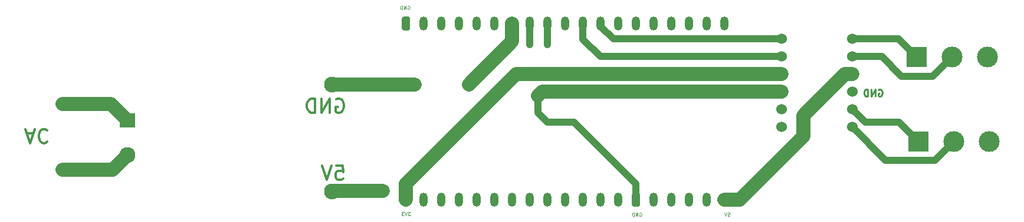
<source format=gbr>
%TF.GenerationSoftware,KiCad,Pcbnew,(5.1.12)-1*%
%TF.CreationDate,2021-12-25T08:53:35+00:00*%
%TF.ProjectId,ledDeviceServerEsp32Pio,6c656444-6576-4696-9365-536572766572,rev?*%
%TF.SameCoordinates,Original*%
%TF.FileFunction,Copper,L2,Bot*%
%TF.FilePolarity,Positive*%
%FSLAX46Y46*%
G04 Gerber Fmt 4.6, Leading zero omitted, Abs format (unit mm)*
G04 Created by KiCad (PCBNEW (5.1.12)-1) date 2021-12-25 08:53:35*
%MOMM*%
%LPD*%
G01*
G04 APERTURE LIST*
%TA.AperFunction,NonConductor*%
%ADD10C,0.250000*%
%TD*%
%TA.AperFunction,NonConductor*%
%ADD11C,0.125000*%
%TD*%
%TA.AperFunction,NonConductor*%
%ADD12C,0.300000*%
%TD*%
%TA.AperFunction,ComponentPad*%
%ADD13R,3.000000X3.000000*%
%TD*%
%TA.AperFunction,ComponentPad*%
%ADD14C,3.000000*%
%TD*%
%TA.AperFunction,ComponentPad*%
%ADD15C,1.524000*%
%TD*%
%TA.AperFunction,ComponentPad*%
%ADD16C,2.300000*%
%TD*%
%TA.AperFunction,ComponentPad*%
%ADD17R,2.300000X2.000000*%
%TD*%
%TA.AperFunction,ComponentPad*%
%ADD18O,1.200000X2.000000*%
%TD*%
%TA.AperFunction,ViaPad*%
%ADD19C,0.800000*%
%TD*%
%TA.AperFunction,Conductor*%
%ADD20C,2.000000*%
%TD*%
%TA.AperFunction,Conductor*%
%ADD21C,1.000000*%
%TD*%
G04 APERTURE END LIST*
D10*
X143382904Y-26932000D02*
X143478142Y-26884380D01*
X143621000Y-26884380D01*
X143763857Y-26932000D01*
X143859095Y-27027238D01*
X143906714Y-27122476D01*
X143954333Y-27312952D01*
X143954333Y-27455809D01*
X143906714Y-27646285D01*
X143859095Y-27741523D01*
X143763857Y-27836761D01*
X143621000Y-27884380D01*
X143525761Y-27884380D01*
X143382904Y-27836761D01*
X143335285Y-27789142D01*
X143335285Y-27455809D01*
X143525761Y-27455809D01*
X142906714Y-27884380D02*
X142906714Y-26884380D01*
X142335285Y-27884380D01*
X142335285Y-26884380D01*
X141859095Y-27884380D02*
X141859095Y-26884380D01*
X141621000Y-26884380D01*
X141478142Y-26932000D01*
X141382904Y-27027238D01*
X141335285Y-27122476D01*
X141287666Y-27312952D01*
X141287666Y-27455809D01*
X141335285Y-27646285D01*
X141382904Y-27741523D01*
X141478142Y-27836761D01*
X141621000Y-27884380D01*
X141859095Y-27884380D01*
D11*
X76184047Y-44557190D02*
X75874523Y-44557190D01*
X76041190Y-44747666D01*
X75969761Y-44747666D01*
X75922142Y-44771476D01*
X75898333Y-44795285D01*
X75874523Y-44842904D01*
X75874523Y-44961952D01*
X75898333Y-45009571D01*
X75922142Y-45033380D01*
X75969761Y-45057190D01*
X76112619Y-45057190D01*
X76160238Y-45033380D01*
X76184047Y-45009571D01*
X75731666Y-44557190D02*
X75565000Y-45057190D01*
X75398333Y-44557190D01*
X75279285Y-44557190D02*
X74969761Y-44557190D01*
X75136428Y-44747666D01*
X75065000Y-44747666D01*
X75017380Y-44771476D01*
X74993571Y-44795285D01*
X74969761Y-44842904D01*
X74969761Y-44961952D01*
X74993571Y-45009571D01*
X75017380Y-45033380D01*
X75065000Y-45057190D01*
X75207857Y-45057190D01*
X75255476Y-45033380D01*
X75279285Y-45009571D01*
X121761238Y-44684190D02*
X121999333Y-44684190D01*
X122023142Y-44922285D01*
X121999333Y-44898476D01*
X121951714Y-44874666D01*
X121832666Y-44874666D01*
X121785047Y-44898476D01*
X121761238Y-44922285D01*
X121737428Y-44969904D01*
X121737428Y-45088952D01*
X121761238Y-45136571D01*
X121785047Y-45160380D01*
X121832666Y-45184190D01*
X121951714Y-45184190D01*
X121999333Y-45160380D01*
X122023142Y-45136571D01*
X121594571Y-44684190D02*
X121427904Y-45184190D01*
X121261238Y-44684190D01*
X109092952Y-44708000D02*
X109140571Y-44684190D01*
X109212000Y-44684190D01*
X109283428Y-44708000D01*
X109331047Y-44755619D01*
X109354857Y-44803238D01*
X109378666Y-44898476D01*
X109378666Y-44969904D01*
X109354857Y-45065142D01*
X109331047Y-45112761D01*
X109283428Y-45160380D01*
X109212000Y-45184190D01*
X109164380Y-45184190D01*
X109092952Y-45160380D01*
X109069142Y-45136571D01*
X109069142Y-44969904D01*
X109164380Y-44969904D01*
X108854857Y-45184190D02*
X108854857Y-44684190D01*
X108569142Y-45184190D01*
X108569142Y-44684190D01*
X108331047Y-45184190D02*
X108331047Y-44684190D01*
X108212000Y-44684190D01*
X108140571Y-44708000D01*
X108092952Y-44755619D01*
X108069142Y-44803238D01*
X108045333Y-44898476D01*
X108045333Y-44969904D01*
X108069142Y-45065142D01*
X108092952Y-45112761D01*
X108140571Y-45160380D01*
X108212000Y-45184190D01*
X108331047Y-45184190D01*
X75818952Y-14863000D02*
X75866571Y-14839190D01*
X75938000Y-14839190D01*
X76009428Y-14863000D01*
X76057047Y-14910619D01*
X76080857Y-14958238D01*
X76104666Y-15053476D01*
X76104666Y-15124904D01*
X76080857Y-15220142D01*
X76057047Y-15267761D01*
X76009428Y-15315380D01*
X75938000Y-15339190D01*
X75890380Y-15339190D01*
X75818952Y-15315380D01*
X75795142Y-15291571D01*
X75795142Y-15124904D01*
X75890380Y-15124904D01*
X75580857Y-15339190D02*
X75580857Y-14839190D01*
X75295142Y-15339190D01*
X75295142Y-14839190D01*
X75057047Y-15339190D02*
X75057047Y-14839190D01*
X74938000Y-14839190D01*
X74866571Y-14863000D01*
X74818952Y-14910619D01*
X74795142Y-14958238D01*
X74771333Y-15053476D01*
X74771333Y-15124904D01*
X74795142Y-15220142D01*
X74818952Y-15267761D01*
X74866571Y-15315380D01*
X74938000Y-15339190D01*
X75057047Y-15339190D01*
D12*
X65531952Y-37893761D02*
X66484333Y-37893761D01*
X66579571Y-38846142D01*
X66484333Y-38750904D01*
X66293857Y-38655666D01*
X65817666Y-38655666D01*
X65627190Y-38750904D01*
X65531952Y-38846142D01*
X65436714Y-39036619D01*
X65436714Y-39512809D01*
X65531952Y-39703285D01*
X65627190Y-39798523D01*
X65817666Y-39893761D01*
X66293857Y-39893761D01*
X66484333Y-39798523D01*
X66579571Y-39703285D01*
X64865285Y-37893761D02*
X64198619Y-39893761D01*
X63531952Y-37893761D01*
X65531809Y-28337000D02*
X65722285Y-28241761D01*
X66008000Y-28241761D01*
X66293714Y-28337000D01*
X66484190Y-28527476D01*
X66579428Y-28717952D01*
X66674666Y-29098904D01*
X66674666Y-29384619D01*
X66579428Y-29765571D01*
X66484190Y-29956047D01*
X66293714Y-30146523D01*
X66008000Y-30241761D01*
X65817523Y-30241761D01*
X65531809Y-30146523D01*
X65436571Y-30051285D01*
X65436571Y-29384619D01*
X65817523Y-29384619D01*
X64579428Y-30241761D02*
X64579428Y-28241761D01*
X63436571Y-30241761D01*
X63436571Y-28241761D01*
X62484190Y-30241761D02*
X62484190Y-28241761D01*
X62008000Y-28241761D01*
X61722285Y-28337000D01*
X61531809Y-28527476D01*
X61436571Y-28717952D01*
X61341333Y-29098904D01*
X61341333Y-29384619D01*
X61436571Y-29765571D01*
X61531809Y-29956047D01*
X61722285Y-30146523D01*
X62008000Y-30241761D01*
X62484190Y-30241761D01*
X21129809Y-33194666D02*
X22082190Y-33194666D01*
X20939333Y-32623238D02*
X21606000Y-34623238D01*
X22272666Y-32623238D01*
X24082190Y-32813714D02*
X23986952Y-32718476D01*
X23701238Y-32623238D01*
X23510761Y-32623238D01*
X23225047Y-32718476D01*
X23034571Y-32908952D01*
X22939333Y-33099428D01*
X22844095Y-33480380D01*
X22844095Y-33766095D01*
X22939333Y-34147047D01*
X23034571Y-34337523D01*
X23225047Y-34528000D01*
X23510761Y-34623238D01*
X23701238Y-34623238D01*
X23986952Y-34528000D01*
X24082190Y-34432761D01*
D13*
%TO.P,JStrip1,1*%
%TO.N,/DATA1*%
X148844000Y-22225000D03*
D14*
%TO.P,JStrip1,2*%
%TO.N,/CLOCK1*%
X153924000Y-22225000D03*
%TO.P,JStrip1,3*%
%TO.N,GND*%
X159004000Y-22225000D03*
%TD*%
D15*
%TO.P,JAC1,2*%
%TO.N,Net-(JAC1-Pad2)*%
X26225500Y-28981000D03*
%TO.P,JAC1,1*%
%TO.N,Net-(JAC1-Pad1)*%
X26225500Y-38481000D03*
%TD*%
D14*
%TO.P,JStrip2,3*%
%TO.N,GND*%
X159258000Y-34417000D03*
%TO.P,JStrip2,2*%
%TO.N,/CLOCK2*%
X154178000Y-34417000D03*
D13*
%TO.P,JStrip2,1*%
%TO.N,/DATA2*%
X149098000Y-34417000D03*
%TD*%
D16*
%TO.P,PS1,3*%
%TO.N,GND*%
X64960000Y-26169000D03*
D17*
%TO.P,PS1,1*%
%TO.N,Net-(JAC1-Pad2)*%
X35560000Y-31369000D03*
D16*
%TO.P,PS1,2*%
%TO.N,Net-(JAC1-Pad1)*%
X35560000Y-36369000D03*
%TO.P,PS1,4*%
%TO.N,Net-(PS1-Pad4)*%
X64960000Y-41569000D03*
%TD*%
D18*
%TO.P,U1,1*%
%TO.N,Net-(U1-Pad1)*%
X75567720Y-42795320D03*
%TO.P,U1,2*%
%TO.N,N/C*%
X78107720Y-42795320D03*
%TO.P,U1,3*%
X80647720Y-42795320D03*
%TO.P,U1,4*%
X83187720Y-42795320D03*
%TO.P,U1,5*%
X85727720Y-42795320D03*
%TO.P,U1,6*%
X88267720Y-42795320D03*
%TO.P,U1,7*%
X90807720Y-42795320D03*
%TO.P,U1,8*%
X93347720Y-42795320D03*
%TO.P,U1,9*%
X95887720Y-42795320D03*
%TO.P,U1,10*%
X98427720Y-42795320D03*
%TO.P,U1,11*%
X100967720Y-42795320D03*
%TO.P,U1,12*%
X103507720Y-42795320D03*
%TO.P,U1,13*%
X106047720Y-42795320D03*
%TO.P,U1,14*%
%TO.N,GND*%
%TA.AperFunction,ComponentPad*%
G36*
G01*
X107987720Y-43495320D02*
X107987720Y-42095320D01*
G75*
G02*
X108287720Y-41795320I300000J0D01*
G01*
X108887720Y-41795320D01*
G75*
G02*
X109187720Y-42095320I0J-300000D01*
G01*
X109187720Y-43495320D01*
G75*
G02*
X108887720Y-43795320I-300000J0D01*
G01*
X108287720Y-43795320D01*
G75*
G02*
X107987720Y-43495320I0J300000D01*
G01*
G37*
%TD.AperFunction*%
%TO.P,U1,15*%
%TO.N,N/C*%
X111127720Y-42795320D03*
%TO.P,U1,16*%
X113667720Y-42795320D03*
%TO.P,U1,17*%
X116207720Y-42795320D03*
%TO.P,U1,18*%
X118747720Y-42795320D03*
%TO.P,U1,19*%
%TO.N,Net-(PS1-Pad4)*%
X121287720Y-42795320D03*
%TO.P,U1,20*%
%TO.N,N/C*%
X121285000Y-17399000D03*
%TO.P,U1,21*%
X118745000Y-17399000D03*
%TO.P,U1,22*%
X116207720Y-17395320D03*
%TO.P,U1,23*%
X113667720Y-17395320D03*
%TO.P,U1,24*%
X111127720Y-17395320D03*
%TO.P,U1,25*%
X108587720Y-17395320D03*
%TO.P,U1,26*%
X106047720Y-17395320D03*
%TO.P,U1,27*%
%TO.N,Net-(U1-Pad27)*%
X103507720Y-17395320D03*
%TO.P,U1,28*%
%TO.N,Net-(U1-Pad28)*%
X100967720Y-17395320D03*
%TO.P,U1,29*%
%TO.N,N/C*%
X98427720Y-17395320D03*
%TO.P,U1,30*%
%TO.N,Net-(U1-Pad30)*%
X95887720Y-17395320D03*
%TO.P,U1,31*%
%TO.N,Net-(U1-Pad31)*%
X93347720Y-17395320D03*
%TO.P,U1,32*%
%TO.N,GND*%
X90807720Y-17395320D03*
%TO.P,U1,33*%
%TO.N,N/C*%
X88267720Y-17395320D03*
%TO.P,U1,34*%
X85727720Y-17395320D03*
%TO.P,U1,35*%
X83187720Y-17395320D03*
%TO.P,U1,36*%
X80647720Y-17395320D03*
%TO.P,U1,37*%
X78107720Y-17395320D03*
%TO.P,U1,38*%
%TA.AperFunction,ComponentPad*%
G36*
G01*
X74967720Y-18095320D02*
X74967720Y-16695320D01*
G75*
G02*
X75267720Y-16395320I300000J0D01*
G01*
X75867720Y-16395320D01*
G75*
G02*
X76167720Y-16695320I0J-300000D01*
G01*
X76167720Y-18095320D01*
G75*
G02*
X75867720Y-18395320I-300000J0D01*
G01*
X75267720Y-18395320D01*
G75*
G02*
X74967720Y-18095320I0J300000D01*
G01*
G37*
%TD.AperFunction*%
%TD*%
D15*
%TO.P,U2,11*%
%TO.N,/CLOCK2*%
X139636500Y-32321500D03*
%TO.P,U2,10*%
%TO.N,Net-(U1-Pad31)*%
X129476500Y-32321500D03*
%TO.P,U2,9*%
%TO.N,/DATA2*%
X139636500Y-29781500D03*
%TO.P,U2,8*%
%TO.N,Net-(U1-Pad30)*%
X129476500Y-29781500D03*
%TO.P,U2,7*%
%TO.N,/CLOCK1*%
X139636500Y-22161500D03*
%TO.P,U2,6*%
%TO.N,Net-(U1-Pad28)*%
X129476500Y-22161500D03*
%TO.P,U2,5*%
%TO.N,/DATA1*%
X139636500Y-19621500D03*
%TO.P,U2,4*%
%TO.N,Net-(U1-Pad27)*%
X129476500Y-19621500D03*
%TO.P,U2,3*%
%TO.N,GND*%
X139636500Y-27241500D03*
X129476500Y-27241500D03*
%TO.P,U2,2*%
%TO.N,Net-(PS1-Pad4)*%
X139636500Y-24701500D03*
%TO.P,U2,1*%
%TO.N,Net-(U1-Pad1)*%
X129476500Y-24701500D03*
%TD*%
D19*
%TO.N,GND*%
X76835000Y-26162000D03*
X84582000Y-26162000D03*
X94488000Y-27813000D03*
%TO.N,Net-(PS1-Pad4)*%
X72263000Y-41529000D03*
%TO.N,Net-(U1-Pad30)*%
X95885000Y-20447000D03*
%TO.N,Net-(U1-Pad31)*%
X93345000Y-20447000D03*
%TD*%
D20*
%TO.N,Net-(JAC1-Pad1)*%
X33448000Y-38481000D02*
X35560000Y-36369000D01*
X26225500Y-38481000D02*
X33448000Y-38481000D01*
%TO.N,Net-(JAC1-Pad2)*%
X33172000Y-28981000D02*
X35560000Y-31369000D01*
X26225500Y-28981000D02*
X33172000Y-28981000D01*
%TO.N,GND*%
X76828000Y-26169000D02*
X76835000Y-26162000D01*
X64960000Y-26169000D02*
X76828000Y-26169000D01*
X90807720Y-19936280D02*
X90807720Y-17395320D01*
X84582000Y-26162000D02*
X90807720Y-19936280D01*
X128460500Y-27241500D02*
X129476500Y-27241500D01*
X95059500Y-27241500D02*
X128460500Y-27241500D01*
X94488000Y-27813000D02*
X95059500Y-27241500D01*
D21*
X108587720Y-42795320D02*
X108587720Y-40515720D01*
X108587720Y-40515720D02*
X99695000Y-31623000D01*
X99695000Y-31623000D02*
X95885000Y-31623000D01*
X94488000Y-30226000D02*
X94488000Y-27813000D01*
X95885000Y-31623000D02*
X94488000Y-30226000D01*
D20*
%TO.N,Net-(PS1-Pad4)*%
X138558870Y-24701500D02*
X132588000Y-30672370D01*
X139636500Y-24701500D02*
X138558870Y-24701500D01*
X132588000Y-30672370D02*
X132588000Y-33655000D01*
X123447680Y-42795320D02*
X121287720Y-42795320D01*
X132588000Y-33655000D02*
X123447680Y-42795320D01*
X65000000Y-41529000D02*
X64960000Y-41569000D01*
X72263000Y-41529000D02*
X65000000Y-41529000D01*
D21*
%TO.N,/DATA1*%
X146240500Y-19621500D02*
X148844000Y-22225000D01*
X139636500Y-19621500D02*
X146240500Y-19621500D01*
%TO.N,/CLOCK1*%
X139636500Y-22161500D02*
X143827500Y-22161500D01*
X143827500Y-22161500D02*
X146685000Y-25019000D01*
X151130000Y-25019000D02*
X153924000Y-22225000D01*
X146685000Y-25019000D02*
X151130000Y-25019000D01*
%TO.N,/DATA2*%
X139636500Y-29781500D02*
X141478000Y-31623000D01*
X146304000Y-31623000D02*
X149098000Y-34417000D01*
X141478000Y-31623000D02*
X146304000Y-31623000D01*
%TO.N,/CLOCK2*%
X154178000Y-34417000D02*
X151511000Y-37084000D01*
X144399000Y-37084000D02*
X139636500Y-32321500D01*
X151511000Y-37084000D02*
X144399000Y-37084000D01*
D20*
%TO.N,Net-(U1-Pad1)*%
X129476500Y-24701500D02*
X91376500Y-24701500D01*
X75567720Y-40510280D02*
X75567720Y-42795320D01*
X91376500Y-24701500D02*
X75567720Y-40510280D01*
D21*
%TO.N,Net-(U1-Pad27)*%
X129476500Y-19621500D02*
X105346500Y-19621500D01*
X103507720Y-17782720D02*
X103507720Y-17395320D01*
X105346500Y-19621500D02*
X103507720Y-17782720D01*
%TO.N,Net-(U1-Pad28)*%
X129476500Y-22161500D02*
X103441500Y-22161500D01*
X100967720Y-19687720D02*
X100967720Y-17395320D01*
X103441500Y-22161500D02*
X100967720Y-19687720D01*
%TO.N,Net-(U1-Pad30)*%
X95885000Y-17398040D02*
X95887720Y-17395320D01*
X95885000Y-20447000D02*
X95885000Y-17398040D01*
%TO.N,Net-(U1-Pad31)*%
X93345000Y-17398040D02*
X93347720Y-17395320D01*
X93345000Y-20447000D02*
X93345000Y-17398040D01*
%TD*%
M02*

</source>
